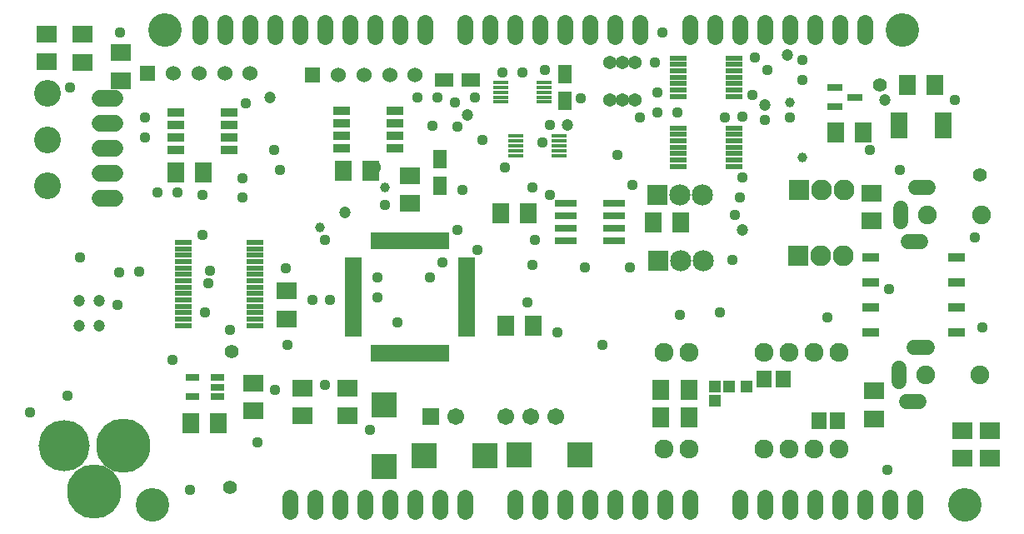
<source format=gbr>
G04 EAGLE Gerber RS-274X export*
G75*
%MOMM*%
%FSLAX34Y34*%
%LPD*%
%INSoldermask Bottom*%
%IPPOS*%
%AMOC8*
5,1,8,0,0,1.08239X$1,22.5*%
G01*
%ADD10C,3.403200*%
%ADD11R,1.703200X0.603200*%
%ADD12R,2.006200X1.803200*%
%ADD13R,2.003200X1.803200*%
%ADD14R,1.803200X2.003200*%
%ADD15C,1.727200*%
%ADD16C,1.625600*%
%ADD17C,1.203200*%
%ADD18R,1.723200X0.903200*%
%ADD19R,1.524000X1.524000*%
%ADD20C,1.524000*%
%ADD21R,1.536700X0.431800*%
%ADD22R,1.676400X0.558800*%
%ADD23R,2.123200X2.123200*%
%ADD24C,2.123200*%
%ADD25R,2.153200X2.153200*%
%ADD26C,2.153200*%
%ADD27R,2.184400X0.762000*%
%ADD28R,1.803200X0.903200*%
%ADD29C,1.511200*%
%ADD30C,1.903200*%
%ADD31R,1.678200X0.653200*%
%ADD32R,1.803200X2.006200*%
%ADD33C,1.928200*%
%ADD34R,2.653200X2.553200*%
%ADD35R,1.711200X1.711200*%
%ADD36C,1.711200*%
%ADD37R,2.553200X2.653200*%
%ADD38R,1.503200X1.703200*%
%ADD39R,1.678200X0.503200*%
%ADD40R,0.503200X1.678200*%
%ADD41R,1.403200X0.803200*%
%ADD42C,1.371200*%
%ADD43C,2.723200*%
%ADD44R,1.498600X0.762000*%
%ADD45R,1.453200X1.953200*%
%ADD46R,1.953200X1.453200*%
%ADD47C,5.503200*%
%ADD48C,5.203200*%
%ADD49C,1.003200*%
%ADD50R,1.203200X1.303200*%
%ADD51R,1.153197X1.208800*%
%ADD52C,1.117600*%
%ADD53C,1.422400*%


D10*
X965160Y25560D03*
X152360Y508160D03*
X901660Y508160D03*
X139660Y25560D03*
D11*
X243520Y291970D03*
X243520Y285470D03*
X243520Y278970D03*
X243520Y272470D03*
X243520Y265970D03*
X243520Y259470D03*
X243520Y252970D03*
X243520Y246470D03*
X243520Y239970D03*
X243520Y233470D03*
X243520Y226970D03*
X243520Y220470D03*
X243520Y213970D03*
X243520Y207470D03*
X171020Y207470D03*
X171020Y213970D03*
X171020Y220470D03*
X171020Y226970D03*
X171020Y233470D03*
X171020Y239970D03*
X171020Y246470D03*
X171020Y252970D03*
X171020Y259470D03*
X171020Y265970D03*
X171020Y272470D03*
X171020Y278970D03*
X171020Y285470D03*
X171020Y291970D03*
D12*
X276000Y242770D03*
X276000Y214330D03*
X107470Y456140D03*
X107470Y484580D03*
D13*
X32610Y503520D03*
X32610Y475520D03*
X242390Y149270D03*
X242390Y121270D03*
D14*
X178980Y108300D03*
X206980Y108300D03*
D12*
X68340Y475080D03*
X68340Y503520D03*
D14*
X499040Y207170D03*
X527040Y207170D03*
D13*
X337920Y143510D03*
X337920Y115510D03*
X401280Y331600D03*
X401280Y359600D03*
D15*
X101560Y387510D02*
X86320Y387510D01*
X86320Y412910D02*
X101560Y412910D01*
X101560Y438310D02*
X86320Y438310D01*
X86320Y362110D02*
X101560Y362110D01*
X101560Y336710D02*
X86320Y336710D01*
D16*
X634960Y501048D02*
X634960Y515272D01*
X609560Y515272D02*
X609560Y501048D01*
X584160Y501048D02*
X584160Y515272D01*
X558760Y515272D02*
X558760Y501048D01*
X533360Y501048D02*
X533360Y515272D01*
X507960Y515272D02*
X507960Y501048D01*
X482560Y501048D02*
X482560Y515272D01*
X457160Y515272D02*
X457160Y501048D01*
X416520Y501048D02*
X416520Y515272D01*
X391120Y515272D02*
X391120Y501048D01*
X365720Y501048D02*
X365720Y515272D01*
X340320Y515272D02*
X340320Y501048D01*
X314920Y501048D02*
X314920Y515272D01*
X289520Y515272D02*
X289520Y501048D01*
X264120Y501048D02*
X264120Y515272D01*
X238720Y515272D02*
X238720Y501048D01*
X213320Y501048D02*
X213320Y515272D01*
X187920Y515272D02*
X187920Y501048D01*
X279360Y32672D02*
X279360Y18448D01*
X304760Y18448D02*
X304760Y32672D01*
X330160Y32672D02*
X330160Y18448D01*
X355560Y18448D02*
X355560Y32672D01*
X380960Y32672D02*
X380960Y18448D01*
X406360Y18448D02*
X406360Y32672D01*
X431760Y32672D02*
X431760Y18448D01*
X457160Y18448D02*
X457160Y32672D01*
X507960Y32672D02*
X507960Y18448D01*
X533360Y18448D02*
X533360Y32672D01*
X558760Y32672D02*
X558760Y18448D01*
X584160Y18448D02*
X584160Y32672D01*
X609560Y32672D02*
X609560Y18448D01*
X634960Y18448D02*
X634960Y32672D01*
X660360Y32672D02*
X660360Y18448D01*
X685760Y18448D02*
X685760Y32672D01*
X685760Y501048D02*
X685760Y515272D01*
X711160Y515272D02*
X711160Y501048D01*
X736560Y501048D02*
X736560Y515272D01*
X761960Y515272D02*
X761960Y501048D01*
X787360Y501048D02*
X787360Y515272D01*
X812760Y515272D02*
X812760Y501048D01*
X838160Y501048D02*
X838160Y515272D01*
X863560Y515272D02*
X863560Y501048D01*
X736560Y32672D02*
X736560Y18448D01*
X761960Y18448D02*
X761960Y32672D01*
X787360Y32672D02*
X787360Y18448D01*
X812760Y18448D02*
X812760Y32672D01*
X838160Y32672D02*
X838160Y18448D01*
X863560Y18448D02*
X863560Y32672D01*
X888960Y32672D02*
X888960Y18448D01*
X914360Y18448D02*
X914360Y32672D01*
D17*
X85250Y207424D03*
X64960Y207424D03*
X64960Y232824D03*
X85250Y232824D03*
D18*
X386520Y425610D03*
X386520Y412910D03*
X386520Y400210D03*
X386520Y387510D03*
X332220Y387510D03*
X332220Y400210D03*
X332220Y412910D03*
X332220Y425610D03*
X217610Y424340D03*
X217610Y411640D03*
X217610Y398940D03*
X217610Y386240D03*
X163310Y386240D03*
X163310Y398940D03*
X163310Y411640D03*
X163310Y424340D03*
D19*
X134580Y463710D03*
D20*
X160742Y463710D03*
X186904Y463710D03*
X213066Y463710D03*
X239228Y463710D03*
D19*
X302220Y462440D03*
D20*
X328382Y462440D03*
X354544Y462440D03*
X380706Y462440D03*
X406868Y462440D03*
D14*
X191760Y363380D03*
X163760Y363380D03*
X361940Y364650D03*
X333940Y364650D03*
D21*
X537742Y454668D03*
X537742Y449664D03*
X537742Y444660D03*
X537742Y439656D03*
X537742Y434652D03*
X493419Y434652D03*
X493419Y439656D03*
X493419Y444660D03*
X493419Y449664D03*
X493419Y454668D03*
X552982Y400058D03*
X552982Y395054D03*
X552982Y390050D03*
X552982Y385046D03*
X552982Y380042D03*
X508659Y380042D03*
X508659Y385046D03*
X508659Y390050D03*
X508659Y395054D03*
X508659Y400058D03*
D22*
X730464Y408280D03*
X730464Y401780D03*
X730464Y395280D03*
X730464Y388780D03*
X730464Y382280D03*
X730464Y375780D03*
X730464Y369280D03*
X674076Y369280D03*
X674076Y375780D03*
X674076Y382280D03*
X674076Y388780D03*
X674076Y395280D03*
X674076Y401780D03*
X674076Y408280D03*
X730464Y479400D03*
X730464Y472900D03*
X730464Y466400D03*
X730464Y459900D03*
X730464Y453400D03*
X730464Y446900D03*
X730464Y440400D03*
X674076Y440400D03*
X674076Y446900D03*
X674076Y453400D03*
X674076Y459900D03*
X674076Y466400D03*
X674076Y472900D03*
X674076Y479400D03*
D14*
X521960Y321470D03*
X493960Y321470D03*
X676900Y312580D03*
X648900Y312580D03*
D23*
X796250Y278290D03*
D24*
X819150Y278290D03*
X842050Y278290D03*
D25*
X654010Y273210D03*
D26*
X676910Y273210D03*
X699810Y273210D03*
D27*
X608798Y331630D03*
X608798Y318930D03*
X608798Y306230D03*
X608798Y293530D03*
X559522Y293530D03*
X559522Y306230D03*
X559522Y318930D03*
X559522Y331630D03*
D28*
X957040Y276340D03*
X957040Y250940D03*
X957040Y225540D03*
X957040Y200140D03*
X869540Y200140D03*
X869540Y225540D03*
X869540Y250940D03*
X869540Y276340D03*
D12*
X873040Y112740D03*
X873040Y141180D03*
X870590Y342240D03*
X870590Y313800D03*
D29*
X898550Y163980D02*
X898550Y150900D01*
X914010Y184940D02*
X927090Y184940D01*
X919090Y129940D02*
X906010Y129940D01*
D30*
X980550Y157440D03*
X925550Y157440D03*
D31*
X943030Y420710D03*
X943030Y414210D03*
X943030Y407710D03*
X943030Y401210D03*
X898790Y401210D03*
X898790Y407710D03*
X898790Y414210D03*
X898790Y420710D03*
D32*
X906690Y451600D03*
X935130Y451600D03*
D23*
X796450Y344920D03*
D24*
X819350Y344920D03*
X842250Y344920D03*
D25*
X652940Y339840D03*
D26*
X675840Y339840D03*
X698740Y339840D03*
D29*
X899820Y326540D02*
X899820Y313460D01*
X915280Y347500D02*
X928360Y347500D01*
X920360Y292500D02*
X907280Y292500D01*
D30*
X981820Y320000D03*
X926820Y320000D03*
D33*
X659290Y180090D03*
X684690Y180090D03*
X760890Y180090D03*
X786290Y180090D03*
X811690Y180090D03*
X837090Y180090D03*
X659290Y82300D03*
X684690Y82300D03*
X760890Y82300D03*
X786290Y82300D03*
X811690Y82300D03*
X837090Y82300D03*
D34*
X375300Y126540D03*
X375300Y64540D03*
D35*
X422160Y114920D03*
D36*
X447560Y114920D03*
X498360Y114920D03*
X523760Y114920D03*
X549160Y114920D03*
D37*
X477400Y74960D03*
X415400Y74960D03*
X573920Y76300D03*
X511920Y76300D03*
D38*
X761420Y153180D03*
X780420Y153180D03*
X816880Y110380D03*
X835880Y110380D03*
D39*
X458660Y273880D03*
X458660Y268880D03*
X458660Y263880D03*
X458660Y258880D03*
X458660Y253880D03*
X458660Y248880D03*
X458660Y243880D03*
X458660Y238880D03*
X458660Y233880D03*
X458660Y228880D03*
X458660Y223880D03*
X458660Y218880D03*
X458660Y213880D03*
X458660Y208880D03*
X458660Y203880D03*
X458660Y198880D03*
D40*
X438780Y179000D03*
X433780Y179000D03*
X428780Y179000D03*
X423780Y179000D03*
X418780Y179000D03*
X413780Y179000D03*
X408780Y179000D03*
X403780Y179000D03*
X398780Y179000D03*
X393780Y179000D03*
X388780Y179000D03*
X383780Y179000D03*
X378780Y179000D03*
X373780Y179000D03*
X368780Y179000D03*
X363780Y179000D03*
D39*
X343900Y198880D03*
X343900Y203880D03*
X343900Y208880D03*
X343900Y213880D03*
X343900Y218880D03*
X343900Y223880D03*
X343900Y228880D03*
X343900Y233880D03*
X343900Y238880D03*
X343900Y243880D03*
X343900Y248880D03*
X343900Y253880D03*
X343900Y258880D03*
X343900Y263880D03*
X343900Y268880D03*
X343900Y273880D03*
D40*
X363780Y293760D03*
X368780Y293760D03*
X373780Y293760D03*
X378780Y293760D03*
X383780Y293760D03*
X388780Y293760D03*
X393780Y293760D03*
X398780Y293760D03*
X403780Y293760D03*
X408780Y293760D03*
X413780Y293760D03*
X418780Y293760D03*
X423780Y293760D03*
X428780Y293760D03*
X433780Y293760D03*
X438780Y293760D03*
D41*
X205500Y154440D03*
X205500Y144940D03*
X205500Y135440D03*
X180500Y135440D03*
X180500Y154440D03*
D42*
X604480Y475140D03*
X617180Y475140D03*
X629880Y475140D03*
X604480Y437040D03*
X617180Y437040D03*
X629880Y437040D03*
D43*
X32980Y349400D03*
X32980Y396400D03*
X32980Y443400D03*
D12*
X962620Y72300D03*
X962620Y100740D03*
X990560Y72300D03*
X990560Y100740D03*
X292060Y115480D03*
X292060Y143920D03*
D32*
X684740Y142400D03*
X656300Y142400D03*
X684740Y114460D03*
X656300Y114460D03*
D44*
X832953Y430080D03*
X832953Y449080D03*
X853527Y439580D03*
D14*
X862320Y404020D03*
X834320Y404020D03*
D45*
X558760Y463240D03*
X558760Y436240D03*
D46*
X463040Y457360D03*
X436040Y457360D03*
D45*
X431760Y376880D03*
X431760Y349880D03*
D47*
X110196Y85758D03*
D48*
X50196Y85758D03*
D47*
X80196Y38758D03*
D49*
X309840Y307500D03*
X375880Y348140D03*
D17*
X259040Y439580D03*
X335240Y322740D03*
X459700Y421800D03*
X561300Y411640D03*
X883880Y437040D03*
X739100Y304960D03*
X761960Y431960D03*
X784820Y482760D03*
D49*
X787360Y434500D03*
X800060Y378620D03*
D50*
X743068Y145542D03*
X726068Y145542D03*
D51*
X711454Y145708D03*
X711454Y131152D03*
D52*
X55840Y449740D03*
X657820Y505620D03*
X360640Y101760D03*
X104100Y228760D03*
X159980Y172880D03*
X469860Y284640D03*
X218400Y203360D03*
X955000Y437040D03*
X368260Y236380D03*
X728940Y274480D03*
X652740Y424340D03*
X264120Y142400D03*
X731480Y320200D03*
X749260Y442120D03*
X234422Y433718D03*
X739588Y419748D03*
X751800Y480220D03*
X499040Y207170D03*
X314920Y147480D03*
X454620Y345600D03*
X193000Y221140D03*
X886420Y61120D03*
X736306Y337726D03*
X899120Y365920D03*
X198080Y263050D03*
X196810Y250350D03*
X449540Y304960D03*
X800060Y457360D03*
X764500Y467520D03*
X314920Y294800D03*
X429220Y439580D03*
X596860Y188120D03*
D53*
X218400Y43340D03*
D52*
X302220Y233840D03*
X165060Y343060D03*
X320000Y233840D03*
X190460Y340520D03*
X269200Y365920D03*
X106640Y505620D03*
X66508Y277020D03*
X105624Y261272D03*
X125944Y262288D03*
X275550Y265590D03*
X190460Y299626D03*
X132040Y419260D03*
X132040Y398940D03*
D53*
X980400Y360840D03*
D52*
X627340Y350680D03*
X144740Y343060D03*
X538440Y467266D03*
X467320Y439580D03*
X624916Y266744D03*
X525740Y269400D03*
X368260Y256700D03*
X474940Y396400D03*
X868640Y386240D03*
X650200Y475140D03*
X543404Y340636D03*
X366512Y368206D03*
X673060Y424340D03*
X495260Y464980D03*
X515580Y464980D03*
X535900Y393860D03*
X652740Y444660D03*
X575270Y438310D03*
X424100Y410624D03*
X634960Y419260D03*
X497800Y368460D03*
X434300Y271940D03*
X375880Y330360D03*
X525740Y348140D03*
X528280Y294800D03*
X421600Y256700D03*
X388580Y210980D03*
X276820Y188120D03*
X825460Y216060D03*
D53*
X878800Y452280D03*
D52*
X612100Y381160D03*
X551140Y200820D03*
X579080Y266860D03*
X520660Y231300D03*
X888198Y244254D03*
X246340Y89060D03*
X53300Y135896D03*
D53*
X220080Y181360D03*
D52*
X15200Y119540D03*
X177760Y40800D03*
X231100Y356776D03*
X739100Y358300D03*
X721320Y419260D03*
X761960Y416720D03*
X787360Y419260D03*
X231100Y337980D03*
X447000Y434500D03*
X408900Y439580D03*
X263104Y386240D03*
X982940Y205900D03*
X716240Y221140D03*
X975320Y297340D03*
X675600Y218600D03*
X800060Y477680D03*
X449540Y409354D03*
X543520Y411640D03*
M02*

</source>
